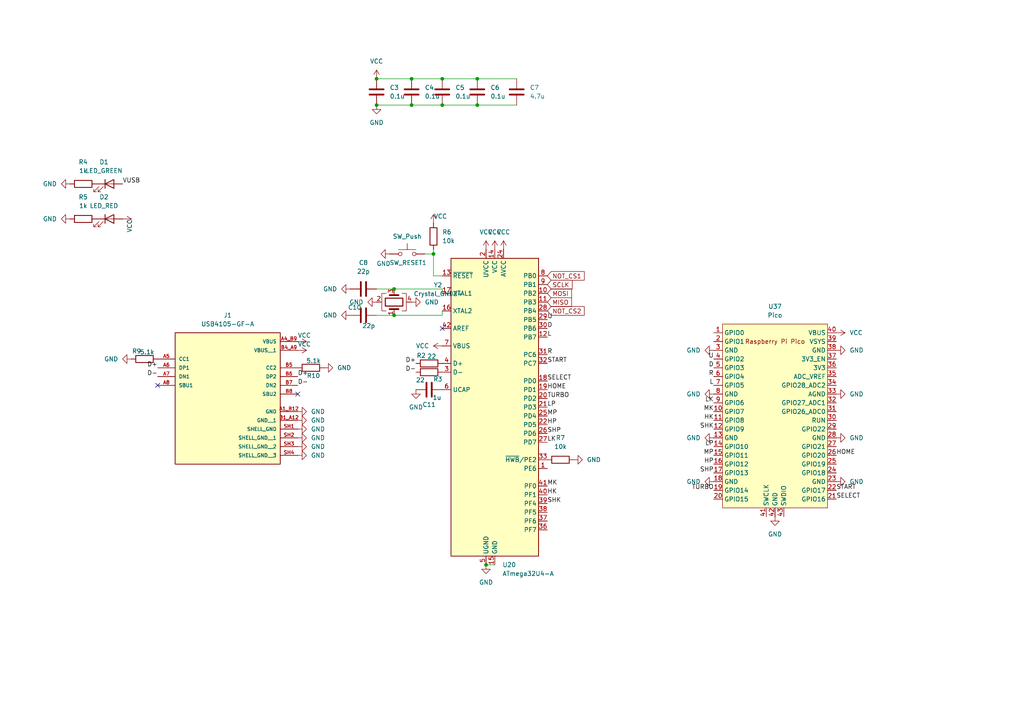
<source format=kicad_sch>
(kicad_sch (version 20231120) (generator "eeschema") (generator_version "8.0")
  (paper "A4")
  (lib_symbols
    (symbol "Device:C" (pin_numbers hide) (pin_names (offset 0.254))
      (property "Reference" "C" (at 0.635 2.54 0))
      (property "Value" "C" (at 0.635 -2.54 0))
      (symbol "C_0_1"
        (polyline (pts (xy -2.032 -0.762) (xy 2.032 -0.762)) (stroke (width 0.508)))
        (polyline (pts (xy -2.032 0.762) (xy 2.032 0.762)) (stroke (width 0.508)))
      )
      (symbol "C_1_1"
        (pin passive line (at 0 3.81 270) (length 2.794) (name "~") (number "1"))
        (pin passive line (at 0 -3.81 90) (length 2.794) (name "~") (number "2"))
      )
    )
    (symbol "Device:Crystal_GND24" (pin_names (offset 1.016) hide)
      (property "Reference" "Y" (at 3.175 5.08 0))
      (property "Value" "Crystal_GND24" (at 3.175 3.175 0))
      (symbol "Crystal_GND24_0_1"
        (rectangle (start -1.143 2.54) (end 1.143 -2.54) (stroke (width 0.3048)))
        (polyline (pts (xy -2.54 0) (xy -2.032 0)))
        (polyline (pts (xy -2.032 -1.27) (xy -2.032 1.27)) (stroke (width 0.508)))
        (polyline (pts (xy 0 -3.81) (xy 0 -3.556)))
        (polyline (pts (xy 0 3.556) (xy 0 3.81)))
        (polyline (pts (xy 2.032 -1.27) (xy 2.032 1.27)) (stroke (width 0.508)))
        (polyline (pts (xy 2.032 0) (xy 2.54 0)))
        (polyline (pts (xy -2.54 -2.286) (xy -2.54 -3.556) (xy 2.54 -3.556) (xy 2.54 -2.286)))
        (polyline (pts (xy -2.54 2.286) (xy -2.54 3.556) (xy 2.54 3.556) (xy 2.54 2.286)))
      )
      (symbol "Crystal_GND24_1_1"
        (pin passive line (at -3.81 0 0) (length 1.27) (name "1") (number "1"))
        (pin passive line (at 0 5.08 270) (length 1.27) (name "2") (number "2"))
        (pin passive line (at 3.81 0 180) (length 1.27) (name "3") (number "3"))
        (pin passive line (at 0 -5.08 90) (length 1.27) (name "4") (number "4"))
      )
    )
    (symbol "Device:LED" (pin_numbers hide) (pin_names (offset 1.016) hide)
      (property "Reference" "D" (at 0 2.54 0))
      (property "Value" "LED" (at 0 -2.54 0))
      (symbol "LED_0_1"
        (polyline (pts (xy -1.27 -1.27) (xy -1.27 1.27)) (stroke (width 0.254)))
        (polyline (pts (xy -1.27 0) (xy 1.27 0)))
        (polyline (pts (xy 1.27 -1.27) (xy 1.27 1.27) (xy -1.27 0) (xy 1.27 -1.27)) (stroke (width 0.254)))
        (polyline (pts (xy -3.048 -0.762) (xy -4.572 -2.286) (xy -3.81 -2.286) (xy -4.572 -2.286) (xy -4.572 -1.524)))
        (polyline (pts (xy -1.778 -0.762) (xy -3.302 -2.286) (xy -2.54 -2.286) (xy -3.302 -2.286) (xy -3.302 -1.524)))
      )
      (symbol "LED_1_1"
        (pin passive line (at -3.81 0 0) (length 2.54) (name "K") (number "1"))
        (pin passive line (at 3.81 0 180) (length 2.54) (name "A") (number "2"))
      )
    )
    (symbol "Device:R" (pin_numbers hide) (pin_names (offset 0))
      (property "Reference" "R" (at 2.032 0 90))
      (property "Value" "R" (at 0 0 90))
      (symbol "R_0_1"
        (rectangle (start -1.016 -2.54) (end 1.016 2.54) (stroke (width 0.254)))
      )
      (symbol "R_1_1"
        (pin passive line (at 0 3.81 270) (length 1.27) (name "~") (number "1"))
        (pin passive line (at 0 -3.81 90) (length 1.27) (name "~") (number "2"))
      )
    )
    (symbol "MCU_Microchip_ATmega:ATmega32U4-A"
      (property "Reference" "U" (at -12.7 44.45 0))
      (property "Value" "ATmega32U4-A" (at 2.54 -44.45 0))
      (symbol "ATmega32U4-A_0_1"
        (rectangle (start -12.7 -43.18) (end 12.7 43.18) (stroke (width 0.254)) (fill (type background)))
      )
      (symbol "ATmega32U4-A_1_1"
        (pin bidirectional line (at 15.24 -17.78 180) (length 2.54) (name "PE6") (number "1"))
        (pin bidirectional line (at 15.24 33.02 180) (length 2.54) (name "PB2") (number "10"))
        (pin bidirectional line (at 15.24 30.48 180) (length 2.54) (name "PB3") (number "11"))
        (pin bidirectional line (at 15.24 20.32 180) (length 2.54) (name "PB7") (number "12"))
        (pin input line (at -15.24 38.1 0) (length 2.54) (name "~{RESET}") (number "13"))
        (pin power_in line (at 0 45.72 270) (length 2.54) (name "VCC") (number "14"))
        (pin power_in line (at 0 -45.72 90) (length 2.54) (name "GND") (number "15"))
        (pin output line (at -15.24 27.94 0) (length 2.54) (name "XTAL2") (number "16"))
        (pin input line (at -15.24 33.02 0) (length 2.54) (name "XTAL1") (number "17"))
        (pin bidirectional line (at 15.24 7.62 180) (length 2.54) (name "PD0") (number "18"))
        (pin bidirectional line (at 15.24 5.08 180) (length 2.54) (name "PD1") (number "19"))
        (pin power_in line (at -2.54 45.72 270) (length 2.54) (name "UVCC") (number "2"))
        (pin bidirectional line (at 15.24 2.54 180) (length 2.54) (name "PD2") (number "20"))
        (pin bidirectional line (at 15.24 0 180) (length 2.54) (name "PD3") (number "21"))
        (pin bidirectional line (at 15.24 -5.08 180) (length 2.54) (name "PD5") (number "22"))
        (pin passive line (at 0 -45.72 90) (length 2.54) hide (name "GND") (number "23"))
        (pin power_in line (at 2.54 45.72 270) (length 2.54) (name "AVCC") (number "24"))
        (pin bidirectional line (at 15.24 -2.54 180) (length 2.54) (name "PD4") (number "25"))
        (pin bidirectional line (at 15.24 -7.62 180) (length 2.54) (name "PD6") (number "26"))
        (pin bidirectional line (at 15.24 -10.16 180) (length 2.54) (name "PD7") (number "27"))
        (pin bidirectional line (at 15.24 27.94 180) (length 2.54) (name "PB4") (number "28"))
        (pin bidirectional line (at 15.24 25.4 180) (length 2.54) (name "PB5") (number "29"))
        (pin bidirectional line (at -15.24 10.16 0) (length 2.54) (name "D-") (number "3"))
        (pin bidirectional line (at 15.24 22.86 180) (length 2.54) (name "PB6") (number "30"))
        (pin bidirectional line (at 15.24 15.24 180) (length 2.54) (name "PC6") (number "31"))
        (pin bidirectional line (at 15.24 12.7 180) (length 2.54) (name "PC7") (number "32"))
        (pin bidirectional line (at 15.24 -15.24 180) (length 2.54) (name "~{HWB}/PE2") (number "33"))
        (pin passive line (at 0 45.72 270) (length 2.54) hide (name "VCC") (number "34"))
        (pin passive line (at 0 -45.72 90) (length 2.54) hide (name "GND") (number "35"))
        (pin bidirectional line (at 15.24 -35.56 180) (length 2.54) (name "PF7") (number "36"))
        (pin bidirectional line (at 15.24 -33.02 180) (length 2.54) (name "PF6") (number "37"))
        (pin bidirectional line (at 15.24 -30.48 180) (length 2.54) (name "PF5") (number "38"))
        (pin bidirectional line (at 15.24 -27.94 180) (length 2.54) (name "PF4") (number "39"))
        (pin bidirectional line (at -15.24 12.7 0) (length 2.54) (name "D+") (number "4"))
        (pin bidirectional line (at 15.24 -25.4 180) (length 2.54) (name "PF1") (number "40"))
        (pin bidirectional line (at 15.24 -22.86 180) (length 2.54) (name "PF0") (number "41"))
        (pin passive line (at -15.24 22.86 0) (length 2.54) (name "AREF") (number "42"))
        (pin passive line (at 0 -45.72 90) (length 2.54) hide (name "GND") (number "43"))
        (pin passive line (at 2.54 45.72 270) (length 2.54) hide (name "AVCC") (number "44"))
        (pin passive line (at -2.54 -45.72 90) (length 2.54) (name "UGND") (number "5"))
        (pin passive line (at -15.24 5.08 0) (length 2.54) (name "UCAP") (number "6"))
        (pin input line (at -15.24 17.78 0) (length 2.54) (name "VBUS") (number "7"))
        (pin bidirectional line (at 15.24 38.1 180) (length 2.54) (name "PB0") (number "8"))
        (pin bidirectional line (at 15.24 35.56 180) (length 2.54) (name "PB1") (number "9"))
      )
    )
    (symbol "MCU_RaspberryPi_and_Boards:Pico"
      (property "Reference" "U" (at -13.97 27.94 0))
      (property "Value" "Pico" (at 0 19.05 0))
      (symbol "Pico_0_0"
        (text "Raspberry Pi Pico" (at 0 21.59 0) (effects (font (size 1.27 1.27))))
      )
      (symbol "Pico_0_1"
        (rectangle (start -15.24 26.67) (end 15.24 -26.67) (fill (type background)))
      )
      (symbol "Pico_1_1"
        (pin bidirectional line (at -17.78 24.13 0) (length 2.54) (name "GPIO0") (number "1"))
        (pin bidirectional line (at -17.78 1.27 0) (length 2.54) (name "GPIO7") (number "10"))
        (pin bidirectional line (at -17.78 -1.27 0) (length 2.54) (name "GPIO8") (number "11"))
        (pin bidirectional line (at -17.78 -3.81 0) (length 2.54) (name "GPIO9") (number "12"))
        (pin power_in line (at -17.78 -6.35 0) (length 2.54) (name "GND") (number "13"))
        (pin bidirectional line (at -17.78 -8.89 0) (length 2.54) (name "GPIO10") (number "14"))
        (pin bidirectional line (at -17.78 -11.43 0) (length 2.54) (name "GPIO11") (number "15"))
        (pin bidirectional line (at -17.78 -13.97 0) (length 2.54) (name "GPIO12") (number "16"))
        (pin bidirectional line (at -17.78 -16.51 0) (length 2.54) (name "GPIO13") (number "17"))
        (pin power_in line (at -17.78 -19.05 0) (length 2.54) (name "GND") (number "18"))
        (pin bidirectional line (at -17.78 -21.59 0) (length 2.54) (name "GPIO14") (number "19"))
        (pin bidirectional line (at -17.78 21.59 0) (length 2.54) (name "GPIO1") (number "2"))
        (pin bidirectional line (at -17.78 -24.13 0) (length 2.54) (name "GPIO15") (number "20"))
        (pin bidirectional line (at 17.78 -24.13 180) (length 2.54) (name "GPIO16") (number "21"))
        (pin bidirectional line (at 17.78 -21.59 180) (length 2.54) (name "GPIO17") (number "22"))
        (pin power_in line (at 17.78 -19.05 180) (length 2.54) (name "GND") (number "23"))
        (pin bidirectional line (at 17.78 -16.51 180) (length 2.54) (name "GPIO18") (number "24"))
        (pin bidirectional line (at 17.78 -13.97 180) (length 2.54) (name "GPIO19") (number "25"))
        (pin bidirectional line (at 17.78 -11.43 180) (length 2.54) (name "GPIO20") (number "26"))
        (pin bidirectional line (at 17.78 -8.89 180) (length 2.54) (name "GPIO21") (number "27"))
        (pin power_in line (at 17.78 -6.35 180) (length 2.54) (name "GND") (number "28"))
        (pin bidirectional line (at 17.78 -3.81 180) (length 2.54) (name "GPIO22") (number "29"))
        (pin power_in line (at -17.78 19.05 0) (length 2.54) (name "GND") (number "3"))
        (pin input line (at 17.78 -1.27 180) (length 2.54) (name "RUN") (number "30"))
        (pin bidirectional line (at 17.78 1.27 180) (length 2.54) (name "GPIO26_ADC0") (number "31"))
        (pin bidirectional line (at 17.78 3.81 180) (length 2.54) (name "GPIO27_ADC1") (number "32"))
        (pin power_in line (at 17.78 6.35 180) (length 2.54) (name "AGND") (number "33"))
        (pin bidirectional line (at 17.78 8.89 180) (length 2.54) (name "GPIO28_ADC2") (number "34"))
        (pin power_in line (at 17.78 11.43 180) (length 2.54) (name "ADC_VREF") (number "35"))
        (pin power_in line (at 17.78 13.97 180) (length 2.54) (name "3V3") (number "36"))
        (pin input line (at 17.78 16.51 180) (length 2.54) (name "3V3_EN") (number "37"))
        (pin bidirectional line (at 17.78 19.05 180) (length 2.54) (name "GND") (number "38"))
        (pin power_in line (at 17.78 21.59 180) (length 2.54) (name "VSYS") (number "39"))
        (pin bidirectional line (at -17.78 16.51 0) (length 2.54) (name "GPIO2") (number "4"))
        (pin power_in line (at 17.78 24.13 180) (length 2.54) (name "VBUS") (number "40"))
        (pin input line (at -2.54 -29.21 90) (length 2.54) (name "SWCLK") (number "41"))
        (pin power_in line (at 0 -29.21 90) (length 2.54) (name "GND") (number "42"))
        (pin bidirectional line (at 2.54 -29.21 90) (length 2.54) (name "SWDIO") (number "43"))
        (pin bidirectional line (at -17.78 13.97 0) (length 2.54) (name "GPIO3") (number "5"))
        (pin bidirectional line (at -17.78 11.43 0) (length 2.54) (name "GPIO4") (number "6"))
        (pin bidirectional line (at -17.78 8.89 0) (length 2.54) (name "GPIO5") (number "7"))
        (pin power_in line (at -17.78 6.35 0) (length 2.54) (name "GND") (number "8"))
        (pin bidirectional line (at -17.78 3.81 0) (length 2.54) (name "GPIO6") (number "9"))
      )
    )
    (symbol "Switch:SW_Push" (pin_numbers hide) (pin_names (offset 1.016) hide)
      (property "Reference" "SW" (at 1.27 2.54 0))
      (property "Value" "SW_Push" (at 0 -1.524 0))
      (symbol "SW_Push_0_1"
        (circle (center -2.032 0) (radius 0.508))
        (polyline (pts (xy 0 1.27) (xy 0 3.048)))
        (polyline (pts (xy 2.54 1.27) (xy -2.54 1.27)))
        (circle (center 2.032 0) (radius 0.508))
        (pin passive line (at -5.08 0 0) (length 2.54) (name "1") (number "1"))
        (pin passive line (at 5.08 0 180) (length 2.54) (name "2") (number "2"))
      )
    )
    (symbol "USB4105-GF-A:USB4105-GF-A" (pin_names (offset 1.016))
      (property "Reference" "J" (at -15.24 13.97 0))
      (property "Value" "USB4105-GF-A" (at -15.24 -27.94 0))
      (symbol "USB4105-GF-A_0_0"
        (rectangle (start -15.24 -25.4) (end 15.24 12.7) (stroke (width 0.254)) (fill (type background)))
        (pin power_in line (at 20.32 -10.16 180) (length 5.08) (name "GND") (number "A1_B12"))
        (pin power_in line (at 20.32 10.16 180) (length 5.08) (name "VBUS") (number "A4_B9"))
        (pin bidirectional line (at -20.32 5.08 0) (length 5.08) (name "CC1") (number "A5"))
        (pin bidirectional line (at -20.32 2.54 0) (length 5.08) (name "DP1") (number "A6"))
        (pin bidirectional line (at -20.32 0 0) (length 5.08) (name "DN1") (number "A7"))
        (pin bidirectional line (at -20.32 -2.54 0) (length 5.08) (name "SBU1") (number "A8"))
        (pin power_in line (at 20.32 -12.7 180) (length 5.08) (name "GND__1") (number "B1_A12"))
        (pin power_in line (at 20.32 7.62 180) (length 5.08) (name "VBUS__1") (number "B4_A9"))
        (pin bidirectional line (at 20.32 2.54 180) (length 5.08) (name "CC2") (number "B5"))
        (pin bidirectional line (at 20.32 0 180) (length 5.08) (name "DP2") (number "B6"))
        (pin bidirectional line (at 20.32 -2.54 180) (length 5.08) (name "DN2") (number "B7"))
        (pin bidirectional line (at 20.32 -5.08 180) (length 5.08) (name "SBU2") (number "B8"))
        (pin power_in line (at 20.32 -15.24 180) (length 5.08) (name "SHELL_GND") (number "SH1"))
        (pin power_in line (at 20.32 -17.78 180) (length 5.08) (name "SHELL_GND__1") (number "SH2"))
        (pin power_in line (at 20.32 -20.32 180) (length 5.08) (name "SHELL_GND__2") (number "SH3"))
        (pin power_in line (at 20.32 -22.86 180) (length 5.08) (name "SHELL_GND__3") (number "SH4"))
      )
    )
    (symbol "power:GND" (power) (pin_numbers hide) (pin_names (offset 0) hide)
      (property "Value" "GND" (at 0 -3.81 0))
      (symbol "GND_0_1"
        (polyline (pts (xy 0 0) (xy 0 -1.27) (xy 1.27 -1.27) (xy 0 -2.54) (xy -1.27 -1.27) (xy 0 -1.27)))
      )
      (symbol "GND_1_1"
        (pin power_in line (at 0 0 270) (length 0) (name "~") (number "1"))
      )
    )
    (symbol "power:VCC" (power) (pin_numbers hide) (pin_names (offset 0) hide)
      (property "Value" "VCC" (at 0 3.556 0))
      (symbol "VCC_0_1"
        (polyline (pts (xy -0.762 1.27) (xy 0 2.54)))
        (polyline (pts (xy 0 0) (xy 0 2.54)))
        (polyline (pts (xy 0 2.54) (xy 0.762 1.27)))
      )
      (symbol "VCC_1_1"
        (pin power_in line (at 0 0 90) (length 0) (name "~") (number "1"))
      )
    )
  )
  (junction (at 119.38 30.48))
  (junction (at 114.3 83.82))
  (junction (at 128.27 22.86))
  (junction (at 114.3 91.44))
  (junction (at 138.43 22.86))
  (junction (at 109.22 30.48))
  (junction (at 140.97 163.83))
  (junction (at 125.73 73.66))
  (junction (at 109.22 22.86))
  (junction (at 119.38 22.86))
  (junction (at 138.43 30.48))
  (junction (at 128.27 30.48))
  (no_connect (at 45.72 111.76))
  (no_connect (at 86.36 114.3))
  (no_connect (at 128.27 95.25))
  (wire (pts (xy 109.22 22.86) (xy 119.38 22.86)))
  (wire (pts (xy 109.22 91.44) (xy 114.3 91.44)))
  (wire (pts (xy 125.73 80.01) (xy 125.73 73.66)))
  (wire (pts (xy 140.97 163.83) (xy 143.51 163.83)))
  (wire (pts (xy 109.22 30.48) (xy 119.38 30.48)))
  (wire (pts (xy 128.27 22.86) (xy 138.43 22.86)))
  (wire (pts (xy 128.27 91.44) (xy 128.27 90.17)))
  (wire (pts (xy 119.38 22.86) (xy 128.27 22.86)))
  (wire (pts (xy 119.38 30.48) (xy 128.27 30.48)))
  (wire (pts (xy 128.27 80.01) (xy 125.73 80.01)))
  (wire (pts (xy 123.19 73.66) (xy 125.73 73.66)))
  (wire (pts (xy 128.27 83.82) (xy 128.27 85.09)))
  (wire (pts (xy 109.22 83.82) (xy 114.3 83.82)))
  (wire (pts (xy 114.3 83.82) (xy 128.27 83.82)))
  (wire (pts (xy 114.3 91.44) (xy 128.27 91.44)))
  (wire (pts (xy 138.43 22.86) (xy 149.86 22.86)))
  (wire (pts (xy 128.27 30.48) (xy 138.43 30.48)))
  (wire (pts (xy 125.73 73.66) (xy 125.73 72.39)))
  (wire (pts (xy 138.43 30.48) (xy 149.86 30.48)))
  (label "START" (at 242.57 142.24 0))
  (label "MK" (at 207.01 119.38 180))
  (label "D-" (at 120.65 107.95 180))
  (label "LK" (at 207.01 116.84 180))
  (label "SHP" (at 207.01 137.16 180))
  (label "L" (at 207.01 111.76 180))
  (label "SHK" (at 158.75 146.05 0))
  (label "HK" (at 207.01 121.92 180))
  (label "SELECT" (at 242.57 144.78 0))
  (label "D+" (at 45.72 106.68 180))
  (label "SHP" (at 158.75 125.73 0))
  (label "D+" (at 86.36 109.22 0))
  (label "D" (at 207.01 106.68 180))
  (label "SELECT" (at 158.75 110.49 0))
  (label "D-" (at 45.72 109.22 180))
  (label "L" (at 158.75 97.79 0))
  (label "HP" (at 158.75 123.19 0))
  (label "D+" (at 120.65 105.41 180))
  (label "HOME" (at 158.75 113.03 0))
  (label "TURBO" (at 158.75 115.57 0))
  (label "D" (at 158.75 95.25 0))
  (label "HK" (at 158.75 143.51 0))
  (label "MK" (at 158.75 140.97 0))
  (label "HP" (at 207.01 134.62 180))
  (label "LP" (at 207.01 129.54 180))
  (label "START" (at 158.75 105.41 0))
  (label "U" (at 207.01 104.14 180))
  (label "D-" (at 86.36 111.76 0))
  (label "R" (at 158.75 102.87 0))
  (label "MP" (at 207.01 132.08 180))
  (label "LK" (at 158.75 128.27 0))
  (label "LP" (at 158.75 118.11 0))
  (label "U" (at 158.75 92.71 0))
  (label "VUSB" (at 35.56 53.34 0))
  (label "TURBO" (at 207.01 142.24 180))
  (label "HOME" (at 242.57 132.08 0))
  (label "MP" (at 158.75 120.65 0))
  (label "SHK" (at 207.01 124.46 180))
  (label "R" (at 207.01 109.22 180))
  (global_label "MOSI" (shape input) (at 158.75 85.09 0) (property "Intersheetrefs" "${INTERSHEET_REFS}" (effects (hide yes))))
  (global_label "NOT_CS1" (shape input) (at 158.75 80.01 0) (property "Intersheetrefs" "${INTERSHEET_REFS}" (effects (hide yes))))
  (global_label "SCLK" (shape input) (at 158.75 82.55 0) (property "Intersheetrefs" "${INTERSHEET_REFS}" (effects (hide yes))))
  (global_label "NOT_CS2" (shape input) (at 158.75 90.17 0) (property "Intersheetrefs" "${INTERSHEET_REFS}" (effects (hide yes))))
  (global_label "MISO" (shape input) (at 158.75 87.63 0) (property "Intersheetrefs" "${INTERSHEET_REFS}" (effects (hide yes))))
  (symbol (lib_id "power:GND") (at 86.36 119.38 90) (unit 1)
    (property "Reference" "#PWR05" (effects (hide yes)))
    (property "Value" "GND" (at 90.17 119.3799 90) (effects (justify right)))
    (property "Description" "Power symbol creates a global label with name \"GND\" , ground" (effects (hide yes)))
  )
  (symbol (lib_id "power:GND") (at 86.36 132.08 90) (unit 1)
    (property "Reference" "#PWR070" (effects (hide yes)))
    (property "Value" "GND" (at 90.17 132.0799 90) (effects (justify right)))
    (property "Description" "Power symbol creates a global label with name \"GND\" , ground" (effects (hide yes)))
  )
  (symbol (lib_id "Device:C") (at 149.86 26.67 0) (unit 1)
    (property "Reference" "C7" (at 153.67 25.3999 0) (effects (justify left)))
    (property "Value" "4.7u" (at 153.67 27.9399 0) (effects (justify left)))
    (property "Footprint" "Capacitor_SMD:C_0603_1608Metric" (effects (hide yes)))
    (property "Description" "Unpolarized capacitor" (effects (hide yes)))
  )
  (symbol (lib_id "power:GND") (at 86.36 129.54 90) (unit 1)
    (property "Reference" "#PWR011" (effects (hide yes)))
    (property "Value" "GND" (at 90.17 129.5399 90) (effects (justify right)))
    (property "Description" "Power symbol creates a global label with name \"GND\" , ground" (effects (hide yes)))
  )
  (symbol (lib_id "power:GND") (at 140.97 163.83 0) (unit 1)
    (property "Reference" "#PWR064" (effects (hide yes)))
    (property "Value" "GND" (at 140.97 168.91 0))
    (property "Description" "Power symbol creates a global label with name \"GND\" , ground" (effects (hide yes)))
  )
  (symbol (lib_id "power:VCC") (at 125.73 64.77 0) (unit 1)
    (property "Reference" "#PWR061" (effects (hide yes)))
    (property "Value" "VCC" (at 127.762 62.738 0))
    (property "Description" "Power symbol creates a global label with name \"VCC\"" (effects (hide yes)))
  )
  (symbol (lib_id "power:GND") (at 101.6 91.44 270) (unit 1)
    (property "Reference" "#PWR055" (effects (hide yes)))
    (property "Value" "GND" (at 97.79 91.4399 90) (effects (justify right)))
    (property "Description" "Power symbol creates a global label with name \"GND\" , ground" (effects (hide yes)))
  )
  (symbol (lib_id "Device:LED") (at 31.75 63.5 0) (unit 1)
    (property "Reference" "D2" (at 30.1625 57.15 0))
    (property "Value" "LED_RED" (at 30.1625 59.69 0))
    (property "Footprint" "LED_SMD:LED_0201_0603Metric" (effects (hide yes)))
    (property "Description" "Light emitting diode" (effects (hide yes)))
  )
  (symbol (lib_id "power:GND") (at 38.1 104.14 270) (unit 1)
    (property "Reference" "#PWR071" (effects (hide yes)))
    (property "Value" "GND" (at 34.29 104.1399 90) (effects (justify right)))
    (property "Description" "Power symbol creates a global label with name \"GND\" , ground" (effects (hide yes)))
  )
  (symbol (lib_id "Device:C") (at 128.27 26.67 0) (unit 1)
    (property "Reference" "C5" (at 132.08 25.3999 0) (effects (justify left)))
    (property "Value" "0.1u" (at 132.08 27.9399 0) (effects (justify left)))
    (property "Footprint" "Capacitor_SMD:C_0603_1608Metric" (effects (hide yes)))
    (property "Description" "Unpolarized capacitor" (effects (hide yes)))
  )
  (symbol (lib_id "Device:C") (at 105.41 83.82 90) (unit 1)
    (property "Reference" "C8" (at 105.41 76.2 90))
    (property "Value" "22p" (at 105.41 78.74 90))
    (property "Footprint" "Capacitor_SMD:C_0603_1608Metric" (effects (hide yes)))
    (property "Description" "Unpolarized capacitor" (effects (hide yes)))
  )
  (symbol (lib_id "Device:C") (at 138.43 26.67 0) (unit 1)
    (property "Reference" "C6" (at 142.24 25.3999 0) (effects (justify left)))
    (property "Value" "0.1u" (at 142.24 27.9399 0) (effects (justify left)))
    (property "Footprint" "Capacitor_SMD:C_0603_1608Metric" (effects (hide yes)))
    (property "Description" "Unpolarized capacitor" (effects (hide yes)))
  )
  (symbol (lib_id "power:VCC") (at 128.27 100.33 90) (unit 1)
    (property "Reference" "#PWR062" (effects (hide yes)))
    (property "Value" "VCC" (at 124.46 100.3299 90) (effects (justify left)))
    (property "Description" "Power symbol creates a global label with name \"VCC\"" (effects (hide yes)))
  )
  (symbol (lib_id "power:GND") (at 224.79 149.86 0) (unit 1)
    (property "Reference" "#PWR04" (effects (hide yes)))
    (property "Value" "GND" (at 224.79 154.94 0))
    (property "Description" "Power symbol creates a global label with name \"GND\" , ground" (effects (hide yes)))
  )
  (symbol (lib_id "Device:C") (at 119.38 26.67 0) (unit 1)
    (property "Reference" "C4" (at 123.19 25.3999 0) (effects (justify left)))
    (property "Value" "0.1u" (at 123.19 27.9399 0) (effects (justify left)))
    (property "Footprint" "Capacitor_SMD:C_0603_1608Metric" (effects (hide yes)))
    (property "Description" "Unpolarized capacitor" (effects (hide yes)))
  )
  (symbol (lib_id "power:GND") (at 109.22 87.63 270) (unit 1)
    (property "Reference" "#PWR057" (effects (hide yes)))
    (property "Value" "GND" (at 105.41 87.6299 90) (effects (justify right)))
    (property "Description" "Power symbol creates a global label with name \"GND\" , ground" (effects (hide yes)))
  )
  (symbol (lib_id "power:VCC") (at 140.97 72.39 0) (unit 1)
    (property "Reference" "#PWR063" (effects (hide yes)))
    (property "Value" "VCC" (at 140.97 67.31 0))
    (property "Description" "Power symbol creates a global label with name \"VCC\"" (effects (hide yes)))
  )
  (symbol (lib_id "power:GND") (at 86.36 124.46 90) (unit 1)
    (property "Reference" "#PWR07" (effects (hide yes)))
    (property "Value" "GND" (at 90.17 124.4599 90) (effects (justify right)))
    (property "Description" "Power symbol creates a global label with name \"GND\" , ground" (effects (hide yes)))
  )
  (symbol (lib_id "power:GND") (at 242.57 139.7 90) (unit 1)
    (property "Reference" "#PWR08" (effects (hide yes)))
    (property "Value" "GND" (at 246.38 139.6999 90) (effects (justify right)))
    (property "Description" "Power symbol creates a global label with name \"GND\" , ground" (effects (hide yes)))
  )
  (symbol (lib_id "MCU_Microchip_ATmega:ATmega32U4-A") (at 143.51 118.11 0) (unit 1)
    (property "Reference" "U20" (at 145.7041 163.83 0) (effects (justify left)))
    (property "Value" "ATmega32U4-A" (at 145.7041 166.37 0) (effects (justify left)))
    (property "Footprint" "Package_QFP:TQFP-44_10x10mm_P0.8mm" (effects (hide yes)))
    (property "Datasheet" "http://ww1.microchip.com/downloads/en/DeviceDoc/Atmel-7766-8-bit-AVR-ATmega16U4-32U4_Datasheet.pdf" (effects (hide yes)))
    (property "Description" "16MHz, 32kB Flash, 2.5kB SRAM, 1kB EEPROM, USB 2.0, TQFP-44" (effects (hide yes)))
  )
  (symbol (lib_id "power:VCC") (at 86.36 99.06 270) (unit 1)
    (property "Reference" "#PWR01" (effects (hide yes)))
    (property "Value" "VCC" (at 86.36 97.282 90) (effects (justify left)))
    (property "Description" "Power symbol creates a global label with name \"VCC\"" (effects (hide yes)))
  )
  (symbol (lib_id "Device:C") (at 105.41 91.44 90) (unit 1)
    (property "Reference" "C10" (at 102.87 89.154 90))
    (property "Value" "22p" (at 106.934 94.488 90))
    (property "Footprint" "Capacitor_SMD:C_0603_1608Metric" (effects (hide yes)))
    (property "Description" "Unpolarized capacitor" (effects (hide yes)))
  )
  (symbol (lib_id "USB4105-GF-A:USB4105-GF-A") (at 66.04 109.22 0) (unit 1)
    (property "Reference" "J1" (at 66.04 91.44 0))
    (property "Value" "USB4105-GF-A" (at 66.04 93.98 0))
    (property "Footprint" "USB4105_GF_A:GCT_USB4105-GF-A" (effects (hide yes)))
    (property "PARTREV" "B4" (effects (hide yes)))
    (property "STANDARD" "Manufacturer Recommendations" (effects (hide yes)))
    (property "MAXIMUM_PACKAGE_HEIGHT" "3.31 mm" (effects (hide yes)))
    (property "MANUFACTURER" "GCT" (effects (hide yes)))
  )
  (symbol (lib_id "power:GND") (at 101.6 83.82 270) (unit 1)
    (property "Reference" "#PWR054" (effects (hide yes)))
    (property "Value" "GND" (at 97.79 83.8199 90) (effects (justify right)))
    (property "Description" "Power symbol creates a global label with name \"GND\" , ground" (effects (hide yes)))
  )
  (symbol (lib_id "Device:R") (at 24.13 53.34 90) (unit 1)
    (property "Reference" "R4" (at 24.13 46.99 90))
    (property "Value" "1k" (at 24.13 49.53 90))
    (property "Footprint" "Resistor_SMD:R_0603_1608Metric" (effects (hide yes)))
    (property "Description" "Resistor" (effects (hide yes)))
  )
  (symbol (lib_id "power:VCC") (at 35.56 63.5 270) (unit 1)
    (property "Reference" "#PWR014" (effects (hide yes)))
    (property "Value" "VCC" (at 37.592 65.532 0))
    (property "Description" "Power symbol creates a global label with name \"VCC\"" (effects (hide yes)))
  )
  (symbol (lib_id "Device:R") (at 90.17 106.68 90) (unit 1)
    (property "Reference" "R10" (at 90.932 108.966 90))
    (property "Value" "5.1k" (at 90.932 104.648 90))
    (property "Footprint" "Resistor_SMD:R_0603_1608Metric" (effects (hide yes)))
    (property "Description" "Resistor" (effects (hide yes)))
  )
  (symbol (lib_id "power:GND") (at 207.01 127 270) (unit 1)
    (property "Reference" "#PWR019" (effects (hide yes)))
    (property "Value" "GND" (at 203.2 126.9999 90) (effects (justify right)))
    (property "Description" "Power symbol creates a global label with name \"GND\" , ground" (effects (hide yes)))
  )
  (symbol (lib_id "Device:C") (at 109.22 26.67 0) (unit 1)
    (property "Reference" "C3" (at 113.03 25.3999 0) (effects (justify left)))
    (property "Value" "0.1u" (at 113.03 27.9399 0) (effects (justify left)))
    (property "Footprint" "Capacitor_SMD:C_0603_1608Metric" (effects (hide yes)))
    (property "Description" "Unpolarized capacitor" (effects (hide yes)))
  )
  (symbol (lib_id "power:GND") (at 207.01 114.3 270) (unit 1)
    (property "Reference" "#PWR018" (effects (hide yes)))
    (property "Value" "GND" (at 203.2 114.2999 90) (effects (justify right)))
    (property "Description" "Power symbol creates a global label with name \"GND\" , ground" (effects (hide yes)))
  )
  (symbol (lib_id "Device:R") (at 125.73 68.58 0) (unit 1)
    (property "Reference" "R6" (at 128.27 67.3099 0) (effects (justify left)))
    (property "Value" "10k" (at 128.27 69.8499 0) (effects (justify left)))
    (property "Footprint" "Resistor_SMD:R_0603_1608Metric" (effects (hide yes)))
    (property "Description" "Resistor" (effects (hide yes)))
  )
  (symbol (lib_id "Device:LED") (at 31.75 53.34 0) (unit 1)
    (property "Reference" "D1" (at 30.1625 46.99 0))
    (property "Value" "LED_GREEN" (at 30.1625 49.53 0))
    (property "Footprint" "LED_SMD:LED_0201_0603Metric" (effects (hide yes)))
    (property "Description" "Light emitting diode" (effects (hide yes)))
  )
  (symbol (lib_id "power:GND") (at 86.36 121.92 90) (unit 1)
    (property "Reference" "#PWR06" (effects (hide yes)))
    (property "Value" "GND" (at 90.17 121.9199 90) (effects (justify right)))
    (property "Description" "Power symbol creates a global label with name \"GND\" , ground" (effects (hide yes)))
  )
  (symbol (lib_id "Device:R") (at 41.91 104.14 90) (unit 1)
    (property "Reference" "R9" (at 39.624 101.854 90))
    (property "Value" "5.1k" (at 42.672 102.108 90))
    (property "Footprint" "Resistor_SMD:R_0603_1608Metric" (effects (hide yes)))
    (property "Description" "Resistor" (effects (hide yes)))
  )
  (symbol (lib_id "power:GND") (at 20.32 63.5 270) (unit 1)
    (property "Reference" "#PWR013" (effects (hide yes)))
    (property "Value" "GND" (at 16.51 63.4999 90) (effects (justify right)))
    (property "Description" "Power symbol creates a global label with name \"GND\" , ground" (effects (hide yes)))
  )
  (symbol (lib_id "power:GND") (at 109.22 30.48 0) (unit 1)
    (property "Reference" "#PWR021" (effects (hide yes)))
    (property "Value" "GND" (at 109.22 35.56 0))
    (property "Description" "Power symbol creates a global label with name \"GND\" , ground" (effects (hide yes)))
  )
  (symbol (lib_id "Device:Crystal_GND24") (at 114.3 87.63 90) (unit 1)
    (property "Reference" "Y2" (at 127 82.6768 90))
    (property "Value" "Crystal_GND24" (at 127 85.2168 90))
    (property "Footprint" "Crystal:Crystal_SMD_SeikoEpson_FA238-4Pin_3.2x2.5mm" (effects (hide yes)))
    (property "Description" "Four pin crystal, GND on pins 2 and 4" (effects (hide yes)))
  )
  (symbol (lib_id "power:VCC") (at 242.57 96.52 270) (unit 1)
    (property "Reference" "#PWR03" (effects (hide yes)))
    (property "Value" "VCC" (at 246.38 96.5199 90) (effects (justify left)))
    (property "Description" "Power symbol creates a global label with name \"VCC\"" (effects (hide yes)))
  )
  (symbol (lib_id "power:VCC") (at 143.51 72.39 0) (unit 1)
    (property "Reference" "#PWR065" (effects (hide yes)))
    (property "Value" "VCC" (at 143.51 67.31 0))
    (property "Description" "Power symbol creates a global label with name \"VCC\"" (effects (hide yes)))
  )
  (symbol (lib_id "power:GND") (at 93.98 106.68 90) (unit 1)
    (property "Reference" "#PWR072" (effects (hide yes)))
    (property "Value" "GND" (at 97.79 106.6799 90) (effects (justify right)))
    (property "Description" "Power symbol creates a global label with name \"GND\" , ground" (effects (hide yes)))
  )
  (symbol (lib_id "power:GND") (at 113.03 73.66 270) (unit 1)
    (property "Reference" "#PWR058" (effects (hide yes)))
    (property "Value" "GND" (at 113.284 76.454 90) (effects (justify right)))
    (property "Description" "Power symbol creates a global label with name \"GND\" , ground" (effects (hide yes)))
  )
  (symbol (lib_id "Device:R") (at 24.13 63.5 90) (unit 1)
    (property "Reference" "R5" (at 24.13 57.15 90))
    (property "Value" "1k" (at 24.13 59.69 90))
    (property "Footprint" "Resistor_SMD:R_0603_1608Metric" (effects (hide yes)))
    (property "Description" "Resistor" (effects (hide yes)))
  )
  (symbol (lib_id "power:GND") (at 207.01 101.6 270) (unit 1)
    (property "Reference" "#PWR017" (effects (hide yes)))
    (property "Value" "GND" (at 203.2 101.5999 90) (effects (justify right)))
    (property "Description" "Power symbol creates a global label with name \"GND\" , ground" (effects (hide yes)))
  )
  (symbol (lib_id "power:GND") (at 86.36 127 90) (unit 1)
    (property "Reference" "#PWR010" (effects (hide yes)))
    (property "Value" "GND" (at 90.17 126.9999 90) (effects (justify right)))
    (property "Description" "Power symbol creates a global label with name \"GND\" , ground" (effects (hide yes)))
  )
  (symbol (lib_id "Device:C") (at 124.46 113.03 90) (unit 1)
    (property "Reference" "C11" (at 124.46 117.348 90))
    (property "Value" "1u" (at 126.746 115.316 90))
    (property "Footprint" "Capacitor_SMD:C_0603_1608Metric" (effects (hide yes)))
    (property "Description" "Unpolarized capacitor" (effects (hide yes)))
  )
  (symbol (lib_id "power:GND") (at 207.01 139.7 270) (unit 1)
    (property "Reference" "#PWR020" (effects (hide yes)))
    (property "Value" "GND" (at 203.2 139.6999 90) (effects (justify right)))
    (property "Description" "Power symbol creates a global label with name \"GND\" , ground" (effects (hide yes)))
  )
  (symbol (lib_id "power:VCC") (at 86.36 101.6 270) (unit 1)
    (property "Reference" "#PWR02" (effects (hide yes)))
    (property "Value" "VCC" (at 86.36 99.822 90) (effects (justify left)))
    (property "Description" "Power symbol creates a global label with name \"VCC\"" (effects (hide yes)))
  )
  (symbol (lib_id "Device:R") (at 124.46 105.41 90) (unit 1)
    (property "Reference" "R2" (at 122.174 103.124 90))
    (property "Value" "22" (at 125.222 103.378 90))
    (property "Footprint" "Resistor_SMD:R_0603_1608Metric" (effects (hide yes)))
    (property "Description" "Resistor" (effects (hide yes)))
  )
  (symbol (lib_id "power:GND") (at 166.37 133.35 90) (unit 1)
    (property "Reference" "#PWR067" (effects (hide yes)))
    (property "Value" "GND" (at 170.18 133.3499 90) (effects (justify right)))
    (property "Description" "Power symbol creates a global label with name \"GND\" , ground" (effects (hide yes)))
  )
  (symbol (lib_id "MCU_RaspberryPi_and_Boards:Pico") (at 224.79 120.65 0) (unit 1)
    (property "Reference" "U37" (at 224.79 88.9 0))
    (property "Value" "Pico" (at 224.79 91.44 0))
    (property "Footprint" "MCU_RaspberryPi_and_Boards:RPi_Pico_SMD_TH" (effects (hide yes)))
  )
  (symbol (lib_id "power:GND") (at 242.57 101.6 90) (unit 1)
    (property "Reference" "#PWR016" (effects (hide yes)))
    (property "Value" "GND" (at 246.38 101.5999 90) (effects (justify right)))
    (property "Description" "Power symbol creates a global label with name \"GND\" , ground" (effects (hide yes)))
  )
  (symbol (lib_id "Device:R") (at 162.56 133.35 90) (unit 1)
    (property "Reference" "R7" (at 162.56 127 90))
    (property "Value" "10k" (at 162.56 129.54 90))
    (property "Footprint" "Resistor_SMD:R_0603_1608Metric" (effects (hide yes)))
    (property "Description" "Resistor" (effects (hide yes)))
  )
  (symbol (lib_id "power:GND") (at 242.57 114.3 90) (unit 1)
    (property "Reference" "#PWR015" (effects (hide yes)))
    (property "Value" "GND" (at 246.38 114.2999 90) (effects (justify right)))
    (property "Description" "Power symbol creates a global label with name \"GND\" , ground" (effects (hide yes)))
  )
  (symbol (lib_id "power:GND") (at 20.32 53.34 270) (unit 1)
    (property "Reference" "#PWR012" (effects (hide yes)))
    (property "Value" "GND" (at 16.51 53.3399 90) (effects (justify right)))
    (property "Description" "Power symbol creates a global label with name \"GND\" , ground" (effects (hide yes)))
  )
  (symbol (lib_id "power:VCC") (at 109.22 22.86 0) (unit 1)
    (property "Reference" "#PWR022" (effects (hide yes)))
    (property "Value" "VCC" (at 109.22 17.78 0))
    (property "Description" "Power symbol creates a global label with name \"VCC\"" (effects (hide yes)))
  )
  (symbol (lib_id "Device:R") (at 124.46 107.95 270) (unit 1)
    (property "Reference" "R3" (at 127 109.982 90))
    (property "Value" "22" (at 121.92 110.236 90))
    (property "Footprint" "Resistor_SMD:R_0603_1608Metric" (effects (hide yes)))
    (property "Description" "Resistor" (effects (hide yes)))
  )
  (symbol (lib_id "power:GND") (at 242.57 127 90) (unit 1)
    (property "Reference" "#PWR09" (effects (hide yes)))
    (property "Value" "GND" (at 246.38 126.9999 90) (effects (justify right)))
    (property "Description" "Power symbol creates a global label with name \"GND\" , ground" (effects (hide yes)))
  )
  (symbol (lib_id "power:GND") (at 119.38 87.63 90) (unit 1)
    (property "Reference" "#PWR059" (effects (hide yes)))
    (property "Value" "GND" (at 123.19 87.6299 90) (effects (justify right)))
    (property "Description" "Power symbol creates a global label with name \"GND\" , ground" (effects (hide yes)))
  )
  (symbol (lib_id "power:VCC") (at 146.05 72.39 0) (unit 1)
    (property "Reference" "#PWR066" (effects (hide yes)))
    (property "Value" "VCC" (at 146.05 67.31 0))
    (property "Description" "Power symbol creates a global label with name \"VCC\"" (effects (hide yes)))
  )
  (symbol (lib_id "power:GND") (at 120.65 113.03 0) (unit 1)
    (property "Reference" "#PWR060" (effects (hide yes)))
    (property "Value" "GND" (at 120.65 118.11 0))
    (property "Description" "Power symbol creates a global label with name \"GND\" , ground" (effects (hide yes)))
  )
  (symbol (lib_id "Switch:SW_Push") (at 118.11 73.66 0) (unit 1)
    (property "Reference" "SW_RESET1" (at 118.364 76.2 0))
    (property "Value" "SW_Push" (at 118.11 68.58 0))
    (property "Footprint" "Button_Switch_SMD:SW_SPST_TL3342" (effects (hide yes)))
    (property "Description" "Push button switch, generic, two pins" (effects (hide yes)))
  )
)
</source>
